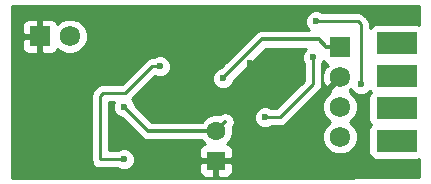
<source format=gbr>
G04 #@! TF.GenerationSoftware,KiCad,Pcbnew,(5.0.0)*
G04 #@! TF.CreationDate,2018-12-07T10:27:40+01:00*
G04 #@! TF.ProjectId,SoNavi,536F4E6176692E6B696361645F706362,rev?*
G04 #@! TF.SameCoordinates,Original*
G04 #@! TF.FileFunction,Copper,L2,Bot,Signal*
G04 #@! TF.FilePolarity,Positive*
%FSLAX46Y46*%
G04 Gerber Fmt 4.6, Leading zero omitted, Abs format (unit mm)*
G04 Created by KiCad (PCBNEW (5.0.0)) date 12/07/18 10:27:40*
%MOMM*%
%LPD*%
G01*
G04 APERTURE LIST*
G04 #@! TA.AperFunction,SMDPad,CuDef*
%ADD10R,3.480000X1.846667*%
G04 #@! TD*
G04 #@! TA.AperFunction,ComponentPad*
%ADD11R,1.725000X1.725000*%
G04 #@! TD*
G04 #@! TA.AperFunction,ComponentPad*
%ADD12C,1.725000*%
G04 #@! TD*
G04 #@! TA.AperFunction,ComponentPad*
%ADD13R,1.600000X1.600000*%
G04 #@! TD*
G04 #@! TA.AperFunction,ComponentPad*
%ADD14C,1.600000*%
G04 #@! TD*
G04 #@! TA.AperFunction,ViaPad*
%ADD15C,0.600000*%
G04 #@! TD*
G04 #@! TA.AperFunction,Conductor*
%ADD16C,0.250000*%
G04 #@! TD*
G04 #@! TA.AperFunction,Conductor*
%ADD17C,0.300000*%
G04 #@! TD*
G04 #@! TA.AperFunction,Conductor*
%ADD18C,0.254000*%
G04 #@! TD*
G04 APERTURE END LIST*
D10*
G04 #@! TO.P,J1,6*
G04 #@! TO.N,N/C*
X85056162Y-72442928D03*
G04 #@! TO.P,J1,7*
X85056162Y-75212928D03*
G04 #@! TO.P,J1,8*
X85056162Y-77982928D03*
G04 #@! TO.P,J1,9*
X85056162Y-80752928D03*
G04 #@! TD*
D11*
G04 #@! TO.P,J3,1*
G04 #@! TO.N,+5V*
X80266162Y-72747928D03*
D12*
G04 #@! TO.P,J3,2*
G04 #@! TO.N,GND*
X80266162Y-75287928D03*
G04 #@! TO.P,J3,3*
G04 #@! TO.N,/TX*
X80266162Y-77827928D03*
G04 #@! TO.P,J3,4*
G04 #@! TO.N,/RX*
X80266162Y-80367928D03*
G04 #@! TD*
D13*
G04 #@! TO.P,C3,1*
G04 #@! TO.N,GND*
X69766162Y-82409928D03*
D14*
G04 #@! TO.P,C3,2*
G04 #@! TO.N,+5V*
X69766162Y-79909928D03*
G04 #@! TD*
D11*
G04 #@! TO.P,J2,1*
G04 #@! TO.N,GND*
X54864000Y-71882000D03*
D12*
G04 #@! TO.P,J2,2*
G04 #@! TO.N,+12V*
X57404000Y-71882000D03*
G04 #@! TD*
D15*
G04 #@! TO.N,Net-(C1-Pad2)*
X61976000Y-82296000D03*
X65024000Y-74422000D03*
G04 #@! TO.N,+5V*
X61966162Y-77837928D03*
X70358000Y-75438000D03*
G04 #@! TO.N,GND*
X58166000Y-82550000D03*
X56642000Y-82550000D03*
X55118000Y-82550000D03*
X53848000Y-82550000D03*
X58166000Y-81280000D03*
X58166000Y-79756000D03*
X58166000Y-78486000D03*
X56642000Y-81280000D03*
X56642000Y-79756000D03*
X56642000Y-78486000D03*
X55118000Y-78486000D03*
X55118000Y-79756000D03*
X55118000Y-81280000D03*
X53848000Y-81280000D03*
X53848000Y-79756000D03*
X53848000Y-78486000D03*
X72644000Y-74168000D03*
X71374000Y-69596000D03*
X76962000Y-74168000D03*
G04 #@! TO.N,/RXD*
X73914000Y-78740000D03*
X73914000Y-78740000D03*
X77978000Y-73660000D03*
G04 #@! TO.N,/TXD*
X82042000Y-75946000D03*
X78232000Y-70612000D03*
G04 #@! TD*
D16*
G04 #@! TO.N,Net-(C1-Pad2)*
X64383088Y-74422000D02*
X62097088Y-76708000D01*
X62097088Y-76708000D02*
X60198000Y-76708000D01*
X60198000Y-76708000D02*
X59944000Y-76962000D01*
X65024000Y-74422000D02*
X64383088Y-74422000D01*
X59944000Y-76962000D02*
X59944000Y-82296000D01*
X59944000Y-82296000D02*
X61976000Y-82296000D01*
D17*
G04 #@! TO.N,+5V*
X69766162Y-79909928D02*
X64038162Y-79909928D01*
X64038162Y-79909928D02*
X61966162Y-77837928D01*
X69766162Y-79909928D02*
X70566161Y-79109929D01*
X79103662Y-72747928D02*
X78491734Y-72136000D01*
X80266162Y-72747928D02*
X79103662Y-72747928D01*
X73639998Y-72136000D02*
X71120000Y-74655998D01*
X78491734Y-72136000D02*
X73639998Y-72136000D01*
X71120000Y-74676000D02*
X70358000Y-75438000D01*
X71120000Y-74655998D02*
X71120000Y-74676000D01*
D16*
G04 #@! TO.N,/RXD*
X77978000Y-73660000D02*
X77978000Y-75946000D01*
X75184000Y-78740000D02*
X73914000Y-78740000D01*
X77978000Y-75946000D02*
X75184000Y-78740000D01*
G04 #@! TO.N,/TXD*
X82042000Y-70866000D02*
X82042000Y-75946000D01*
X81788000Y-70612000D02*
X82042000Y-70866000D01*
X78232000Y-70612000D02*
X81788000Y-70612000D01*
G04 #@! TD*
D18*
G04 #@! TO.N,GND*
G36*
X86961162Y-70904975D02*
X86796162Y-70872155D01*
X83316162Y-70872155D01*
X83068397Y-70921438D01*
X82858353Y-71061786D01*
X82802000Y-71146124D01*
X82802000Y-70940846D01*
X82816888Y-70865999D01*
X82802000Y-70791152D01*
X82802000Y-70791148D01*
X82757904Y-70569463D01*
X82589929Y-70318071D01*
X82526470Y-70275669D01*
X82378331Y-70127530D01*
X82335929Y-70064071D01*
X82084537Y-69896096D01*
X81862852Y-69852000D01*
X81862847Y-69852000D01*
X81788000Y-69837112D01*
X81713153Y-69852000D01*
X78794290Y-69852000D01*
X78761635Y-69819345D01*
X78417983Y-69677000D01*
X78046017Y-69677000D01*
X77702365Y-69819345D01*
X77439345Y-70082365D01*
X77297000Y-70426017D01*
X77297000Y-70797983D01*
X77439345Y-71141635D01*
X77648710Y-71351000D01*
X73717308Y-71351000D01*
X73639997Y-71335622D01*
X73562686Y-71351000D01*
X73562682Y-71351000D01*
X73333706Y-71396546D01*
X73307691Y-71413929D01*
X73139589Y-71526251D01*
X73139587Y-71526253D01*
X73074045Y-71570047D01*
X73030251Y-71635589D01*
X70619592Y-74046249D01*
X70554047Y-74090045D01*
X70469974Y-74215869D01*
X70182843Y-74503000D01*
X70172017Y-74503000D01*
X69828365Y-74645345D01*
X69565345Y-74908365D01*
X69423000Y-75252017D01*
X69423000Y-75623983D01*
X69565345Y-75967635D01*
X69828365Y-76230655D01*
X70172017Y-76373000D01*
X70543983Y-76373000D01*
X70887635Y-76230655D01*
X71150655Y-75967635D01*
X71293000Y-75623983D01*
X71293000Y-75613157D01*
X71620408Y-75285749D01*
X71685953Y-75241953D01*
X71745159Y-75153345D01*
X71770027Y-75116128D01*
X73965156Y-72921000D01*
X77394710Y-72921000D01*
X77185345Y-73130365D01*
X77043000Y-73474017D01*
X77043000Y-73845983D01*
X77185345Y-74189635D01*
X77218000Y-74222290D01*
X77218001Y-75631197D01*
X74869199Y-77980000D01*
X74476290Y-77980000D01*
X74443635Y-77947345D01*
X74099983Y-77805000D01*
X73728017Y-77805000D01*
X73384365Y-77947345D01*
X73121345Y-78210365D01*
X72979000Y-78554017D01*
X72979000Y-78925983D01*
X73121345Y-79269635D01*
X73384365Y-79532655D01*
X73728017Y-79675000D01*
X74099983Y-79675000D01*
X74443635Y-79532655D01*
X74476290Y-79500000D01*
X75109153Y-79500000D01*
X75184000Y-79514888D01*
X75258847Y-79500000D01*
X75258852Y-79500000D01*
X75480537Y-79455904D01*
X75731929Y-79287929D01*
X75774331Y-79224470D01*
X78462473Y-76536329D01*
X78525929Y-76493929D01*
X78568924Y-76429582D01*
X78693904Y-76242538D01*
X78706850Y-76177454D01*
X78738000Y-76020852D01*
X78738000Y-76020848D01*
X78752888Y-75946000D01*
X78738000Y-75871152D01*
X78738000Y-74222290D01*
X78770655Y-74189635D01*
X78868742Y-73952833D01*
X78945853Y-74068237D01*
X79155897Y-74208585D01*
X79184133Y-74214201D01*
X79098480Y-74299854D01*
X79213150Y-74414524D01*
X78960556Y-74496330D01*
X78757007Y-75056221D01*
X78783214Y-75651387D01*
X78960556Y-76079526D01*
X79213152Y-76161333D01*
X80086557Y-75287928D01*
X80072415Y-75273786D01*
X80252020Y-75094181D01*
X80266162Y-75108323D01*
X80280305Y-75094181D01*
X80459910Y-75273786D01*
X80445767Y-75287928D01*
X80459910Y-75302071D01*
X80280305Y-75481676D01*
X80266162Y-75467533D01*
X79392757Y-76340938D01*
X79457831Y-76541867D01*
X79417896Y-76558409D01*
X78996643Y-76979662D01*
X78768662Y-77530057D01*
X78768662Y-78125799D01*
X78996643Y-78676194D01*
X79417896Y-79097447D01*
X79419057Y-79097928D01*
X79417896Y-79098409D01*
X78996643Y-79519662D01*
X78768662Y-80070057D01*
X78768662Y-80665799D01*
X78996643Y-81216194D01*
X79417896Y-81637447D01*
X79968291Y-81865428D01*
X80564033Y-81865428D01*
X81114428Y-81637447D01*
X81535681Y-81216194D01*
X81763662Y-80665799D01*
X81763662Y-80070057D01*
X81535681Y-79519662D01*
X81114428Y-79098409D01*
X81113267Y-79097928D01*
X81114428Y-79097447D01*
X81535681Y-78676194D01*
X81763662Y-78125799D01*
X81763662Y-77530057D01*
X81535681Y-76979662D01*
X81114428Y-76558409D01*
X81074493Y-76541867D01*
X81139566Y-76340940D01*
X81231727Y-76433101D01*
X81249345Y-76475635D01*
X81512365Y-76738655D01*
X81856017Y-76881000D01*
X82227983Y-76881000D01*
X82571635Y-76738655D01*
X82801422Y-76508868D01*
X82858353Y-76594070D01*
X82864127Y-76597928D01*
X82858353Y-76601786D01*
X82718005Y-76811830D01*
X82668722Y-77059595D01*
X82668722Y-78906261D01*
X82718005Y-79154026D01*
X82858353Y-79364070D01*
X82864127Y-79367928D01*
X82858353Y-79371786D01*
X82718005Y-79581830D01*
X82668722Y-79829595D01*
X82668722Y-81676261D01*
X82718005Y-81924026D01*
X82858353Y-82134070D01*
X83068397Y-82274418D01*
X83316162Y-82323701D01*
X86796162Y-82323701D01*
X86961162Y-82290881D01*
X86961162Y-83807845D01*
X75909690Y-83887928D01*
X52476162Y-83887928D01*
X52476162Y-82296000D01*
X59169111Y-82296000D01*
X59228096Y-82592537D01*
X59396071Y-82843929D01*
X59647463Y-83011904D01*
X59869148Y-83056000D01*
X59944000Y-83070889D01*
X60018852Y-83056000D01*
X61413710Y-83056000D01*
X61446365Y-83088655D01*
X61790017Y-83231000D01*
X62161983Y-83231000D01*
X62505635Y-83088655D01*
X62768655Y-82825635D01*
X62822484Y-82695678D01*
X68331162Y-82695678D01*
X68331162Y-83336237D01*
X68427835Y-83569626D01*
X68606463Y-83748255D01*
X68839852Y-83844928D01*
X69480412Y-83844928D01*
X69639162Y-83686178D01*
X69639162Y-82536928D01*
X69893162Y-82536928D01*
X69893162Y-83686178D01*
X70051912Y-83844928D01*
X70692472Y-83844928D01*
X70925861Y-83748255D01*
X71104489Y-83569626D01*
X71201162Y-83336237D01*
X71201162Y-82695678D01*
X71042412Y-82536928D01*
X69893162Y-82536928D01*
X69639162Y-82536928D01*
X68489912Y-82536928D01*
X68331162Y-82695678D01*
X62822484Y-82695678D01*
X62911000Y-82481983D01*
X62911000Y-82110017D01*
X62768655Y-81766365D01*
X62505635Y-81503345D01*
X62161983Y-81361000D01*
X61790017Y-81361000D01*
X61446365Y-81503345D01*
X61413710Y-81536000D01*
X60704000Y-81536000D01*
X60704000Y-77468000D01*
X61107354Y-77468000D01*
X61031162Y-77651945D01*
X61031162Y-78023911D01*
X61173507Y-78367563D01*
X61436527Y-78630583D01*
X61780179Y-78772928D01*
X61791005Y-78772928D01*
X63428413Y-80410336D01*
X63472209Y-80475881D01*
X63731870Y-80649382D01*
X63960846Y-80694928D01*
X63960850Y-80694928D01*
X64038162Y-80710306D01*
X64115474Y-80694928D01*
X68538087Y-80694928D01*
X68549628Y-80722790D01*
X68812921Y-80986083D01*
X68606463Y-81071601D01*
X68427835Y-81250230D01*
X68331162Y-81483619D01*
X68331162Y-82124178D01*
X68489912Y-82282928D01*
X69639162Y-82282928D01*
X69639162Y-82262928D01*
X69893162Y-82262928D01*
X69893162Y-82282928D01*
X71042412Y-82282928D01*
X71201162Y-82124178D01*
X71201162Y-81483619D01*
X71104489Y-81250230D01*
X70925861Y-81071601D01*
X70719403Y-80986083D01*
X70982696Y-80722790D01*
X71201162Y-80195367D01*
X71201162Y-79624489D01*
X71187880Y-79592424D01*
X71305614Y-79416222D01*
X71366539Y-79109930D01*
X71305614Y-78803638D01*
X71132114Y-78543976D01*
X70872452Y-78370476D01*
X70566160Y-78309551D01*
X70259868Y-78370476D01*
X70083666Y-78488210D01*
X70051601Y-78474928D01*
X69480723Y-78474928D01*
X68953300Y-78693394D01*
X68549628Y-79097066D01*
X68538087Y-79124928D01*
X64363319Y-79124928D01*
X62901162Y-77662771D01*
X62901162Y-77651945D01*
X62758817Y-77308293D01*
X62669625Y-77219101D01*
X62687419Y-77192470D01*
X64615188Y-75264702D01*
X64838017Y-75357000D01*
X65209983Y-75357000D01*
X65553635Y-75214655D01*
X65816655Y-74951635D01*
X65959000Y-74607983D01*
X65959000Y-74236017D01*
X65816655Y-73892365D01*
X65553635Y-73629345D01*
X65209983Y-73487000D01*
X64838017Y-73487000D01*
X64494365Y-73629345D01*
X64461710Y-73662000D01*
X64457934Y-73662000D01*
X64383087Y-73647112D01*
X64308240Y-73662000D01*
X64308236Y-73662000D01*
X64086551Y-73706096D01*
X63835159Y-73874071D01*
X63792759Y-73937527D01*
X61782287Y-75948000D01*
X60272846Y-75948000D01*
X60197999Y-75933112D01*
X60123152Y-75948000D01*
X60123148Y-75948000D01*
X59901463Y-75992096D01*
X59650071Y-76160071D01*
X59607669Y-76223530D01*
X59459530Y-76371669D01*
X59396071Y-76414071D01*
X59228096Y-76665464D01*
X59184000Y-76887149D01*
X59184000Y-76887153D01*
X59169112Y-76962000D01*
X59184000Y-77036847D01*
X59184001Y-82221143D01*
X59169111Y-82296000D01*
X52476162Y-82296000D01*
X52476162Y-72167750D01*
X53366500Y-72167750D01*
X53366500Y-72870809D01*
X53463173Y-73104198D01*
X53641801Y-73282827D01*
X53875190Y-73379500D01*
X54578250Y-73379500D01*
X54737000Y-73220750D01*
X54737000Y-72009000D01*
X53525250Y-72009000D01*
X53366500Y-72167750D01*
X52476162Y-72167750D01*
X52476162Y-70893191D01*
X53366500Y-70893191D01*
X53366500Y-71596250D01*
X53525250Y-71755000D01*
X54737000Y-71755000D01*
X54737000Y-70543250D01*
X54991000Y-70543250D01*
X54991000Y-71755000D01*
X55011000Y-71755000D01*
X55011000Y-72009000D01*
X54991000Y-72009000D01*
X54991000Y-73220750D01*
X55149750Y-73379500D01*
X55852810Y-73379500D01*
X56086199Y-73282827D01*
X56264827Y-73104198D01*
X56336172Y-72931957D01*
X56555734Y-73151519D01*
X57106129Y-73379500D01*
X57701871Y-73379500D01*
X58252266Y-73151519D01*
X58673519Y-72730266D01*
X58901500Y-72179871D01*
X58901500Y-71584129D01*
X58673519Y-71033734D01*
X58252266Y-70612481D01*
X57701871Y-70384500D01*
X57106129Y-70384500D01*
X56555734Y-70612481D01*
X56336172Y-70832043D01*
X56264827Y-70659802D01*
X56086199Y-70481173D01*
X55852810Y-70384500D01*
X55149750Y-70384500D01*
X54991000Y-70543250D01*
X54737000Y-70543250D01*
X54578250Y-70384500D01*
X53875190Y-70384500D01*
X53641801Y-70481173D01*
X53463173Y-70659802D01*
X53366500Y-70893191D01*
X52476162Y-70893191D01*
X52476162Y-69307928D01*
X86961162Y-69307928D01*
X86961162Y-70904975D01*
X86961162Y-70904975D01*
G37*
X86961162Y-70904975D02*
X86796162Y-70872155D01*
X83316162Y-70872155D01*
X83068397Y-70921438D01*
X82858353Y-71061786D01*
X82802000Y-71146124D01*
X82802000Y-70940846D01*
X82816888Y-70865999D01*
X82802000Y-70791152D01*
X82802000Y-70791148D01*
X82757904Y-70569463D01*
X82589929Y-70318071D01*
X82526470Y-70275669D01*
X82378331Y-70127530D01*
X82335929Y-70064071D01*
X82084537Y-69896096D01*
X81862852Y-69852000D01*
X81862847Y-69852000D01*
X81788000Y-69837112D01*
X81713153Y-69852000D01*
X78794290Y-69852000D01*
X78761635Y-69819345D01*
X78417983Y-69677000D01*
X78046017Y-69677000D01*
X77702365Y-69819345D01*
X77439345Y-70082365D01*
X77297000Y-70426017D01*
X77297000Y-70797983D01*
X77439345Y-71141635D01*
X77648710Y-71351000D01*
X73717308Y-71351000D01*
X73639997Y-71335622D01*
X73562686Y-71351000D01*
X73562682Y-71351000D01*
X73333706Y-71396546D01*
X73307691Y-71413929D01*
X73139589Y-71526251D01*
X73139587Y-71526253D01*
X73074045Y-71570047D01*
X73030251Y-71635589D01*
X70619592Y-74046249D01*
X70554047Y-74090045D01*
X70469974Y-74215869D01*
X70182843Y-74503000D01*
X70172017Y-74503000D01*
X69828365Y-74645345D01*
X69565345Y-74908365D01*
X69423000Y-75252017D01*
X69423000Y-75623983D01*
X69565345Y-75967635D01*
X69828365Y-76230655D01*
X70172017Y-76373000D01*
X70543983Y-76373000D01*
X70887635Y-76230655D01*
X71150655Y-75967635D01*
X71293000Y-75623983D01*
X71293000Y-75613157D01*
X71620408Y-75285749D01*
X71685953Y-75241953D01*
X71745159Y-75153345D01*
X71770027Y-75116128D01*
X73965156Y-72921000D01*
X77394710Y-72921000D01*
X77185345Y-73130365D01*
X77043000Y-73474017D01*
X77043000Y-73845983D01*
X77185345Y-74189635D01*
X77218000Y-74222290D01*
X77218001Y-75631197D01*
X74869199Y-77980000D01*
X74476290Y-77980000D01*
X74443635Y-77947345D01*
X74099983Y-77805000D01*
X73728017Y-77805000D01*
X73384365Y-77947345D01*
X73121345Y-78210365D01*
X72979000Y-78554017D01*
X72979000Y-78925983D01*
X73121345Y-79269635D01*
X73384365Y-79532655D01*
X73728017Y-79675000D01*
X74099983Y-79675000D01*
X74443635Y-79532655D01*
X74476290Y-79500000D01*
X75109153Y-79500000D01*
X75184000Y-79514888D01*
X75258847Y-79500000D01*
X75258852Y-79500000D01*
X75480537Y-79455904D01*
X75731929Y-79287929D01*
X75774331Y-79224470D01*
X78462473Y-76536329D01*
X78525929Y-76493929D01*
X78568924Y-76429582D01*
X78693904Y-76242538D01*
X78706850Y-76177454D01*
X78738000Y-76020852D01*
X78738000Y-76020848D01*
X78752888Y-75946000D01*
X78738000Y-75871152D01*
X78738000Y-74222290D01*
X78770655Y-74189635D01*
X78868742Y-73952833D01*
X78945853Y-74068237D01*
X79155897Y-74208585D01*
X79184133Y-74214201D01*
X79098480Y-74299854D01*
X79213150Y-74414524D01*
X78960556Y-74496330D01*
X78757007Y-75056221D01*
X78783214Y-75651387D01*
X78960556Y-76079526D01*
X79213152Y-76161333D01*
X80086557Y-75287928D01*
X80072415Y-75273786D01*
X80252020Y-75094181D01*
X80266162Y-75108323D01*
X80280305Y-75094181D01*
X80459910Y-75273786D01*
X80445767Y-75287928D01*
X80459910Y-75302071D01*
X80280305Y-75481676D01*
X80266162Y-75467533D01*
X79392757Y-76340938D01*
X79457831Y-76541867D01*
X79417896Y-76558409D01*
X78996643Y-76979662D01*
X78768662Y-77530057D01*
X78768662Y-78125799D01*
X78996643Y-78676194D01*
X79417896Y-79097447D01*
X79419057Y-79097928D01*
X79417896Y-79098409D01*
X78996643Y-79519662D01*
X78768662Y-80070057D01*
X78768662Y-80665799D01*
X78996643Y-81216194D01*
X79417896Y-81637447D01*
X79968291Y-81865428D01*
X80564033Y-81865428D01*
X81114428Y-81637447D01*
X81535681Y-81216194D01*
X81763662Y-80665799D01*
X81763662Y-80070057D01*
X81535681Y-79519662D01*
X81114428Y-79098409D01*
X81113267Y-79097928D01*
X81114428Y-79097447D01*
X81535681Y-78676194D01*
X81763662Y-78125799D01*
X81763662Y-77530057D01*
X81535681Y-76979662D01*
X81114428Y-76558409D01*
X81074493Y-76541867D01*
X81139566Y-76340940D01*
X81231727Y-76433101D01*
X81249345Y-76475635D01*
X81512365Y-76738655D01*
X81856017Y-76881000D01*
X82227983Y-76881000D01*
X82571635Y-76738655D01*
X82801422Y-76508868D01*
X82858353Y-76594070D01*
X82864127Y-76597928D01*
X82858353Y-76601786D01*
X82718005Y-76811830D01*
X82668722Y-77059595D01*
X82668722Y-78906261D01*
X82718005Y-79154026D01*
X82858353Y-79364070D01*
X82864127Y-79367928D01*
X82858353Y-79371786D01*
X82718005Y-79581830D01*
X82668722Y-79829595D01*
X82668722Y-81676261D01*
X82718005Y-81924026D01*
X82858353Y-82134070D01*
X83068397Y-82274418D01*
X83316162Y-82323701D01*
X86796162Y-82323701D01*
X86961162Y-82290881D01*
X86961162Y-83807845D01*
X75909690Y-83887928D01*
X52476162Y-83887928D01*
X52476162Y-82296000D01*
X59169111Y-82296000D01*
X59228096Y-82592537D01*
X59396071Y-82843929D01*
X59647463Y-83011904D01*
X59869148Y-83056000D01*
X59944000Y-83070889D01*
X60018852Y-83056000D01*
X61413710Y-83056000D01*
X61446365Y-83088655D01*
X61790017Y-83231000D01*
X62161983Y-83231000D01*
X62505635Y-83088655D01*
X62768655Y-82825635D01*
X62822484Y-82695678D01*
X68331162Y-82695678D01*
X68331162Y-83336237D01*
X68427835Y-83569626D01*
X68606463Y-83748255D01*
X68839852Y-83844928D01*
X69480412Y-83844928D01*
X69639162Y-83686178D01*
X69639162Y-82536928D01*
X69893162Y-82536928D01*
X69893162Y-83686178D01*
X70051912Y-83844928D01*
X70692472Y-83844928D01*
X70925861Y-83748255D01*
X71104489Y-83569626D01*
X71201162Y-83336237D01*
X71201162Y-82695678D01*
X71042412Y-82536928D01*
X69893162Y-82536928D01*
X69639162Y-82536928D01*
X68489912Y-82536928D01*
X68331162Y-82695678D01*
X62822484Y-82695678D01*
X62911000Y-82481983D01*
X62911000Y-82110017D01*
X62768655Y-81766365D01*
X62505635Y-81503345D01*
X62161983Y-81361000D01*
X61790017Y-81361000D01*
X61446365Y-81503345D01*
X61413710Y-81536000D01*
X60704000Y-81536000D01*
X60704000Y-77468000D01*
X61107354Y-77468000D01*
X61031162Y-77651945D01*
X61031162Y-78023911D01*
X61173507Y-78367563D01*
X61436527Y-78630583D01*
X61780179Y-78772928D01*
X61791005Y-78772928D01*
X63428413Y-80410336D01*
X63472209Y-80475881D01*
X63731870Y-80649382D01*
X63960846Y-80694928D01*
X63960850Y-80694928D01*
X64038162Y-80710306D01*
X64115474Y-80694928D01*
X68538087Y-80694928D01*
X68549628Y-80722790D01*
X68812921Y-80986083D01*
X68606463Y-81071601D01*
X68427835Y-81250230D01*
X68331162Y-81483619D01*
X68331162Y-82124178D01*
X68489912Y-82282928D01*
X69639162Y-82282928D01*
X69639162Y-82262928D01*
X69893162Y-82262928D01*
X69893162Y-82282928D01*
X71042412Y-82282928D01*
X71201162Y-82124178D01*
X71201162Y-81483619D01*
X71104489Y-81250230D01*
X70925861Y-81071601D01*
X70719403Y-80986083D01*
X70982696Y-80722790D01*
X71201162Y-80195367D01*
X71201162Y-79624489D01*
X71187880Y-79592424D01*
X71305614Y-79416222D01*
X71366539Y-79109930D01*
X71305614Y-78803638D01*
X71132114Y-78543976D01*
X70872452Y-78370476D01*
X70566160Y-78309551D01*
X70259868Y-78370476D01*
X70083666Y-78488210D01*
X70051601Y-78474928D01*
X69480723Y-78474928D01*
X68953300Y-78693394D01*
X68549628Y-79097066D01*
X68538087Y-79124928D01*
X64363319Y-79124928D01*
X62901162Y-77662771D01*
X62901162Y-77651945D01*
X62758817Y-77308293D01*
X62669625Y-77219101D01*
X62687419Y-77192470D01*
X64615188Y-75264702D01*
X64838017Y-75357000D01*
X65209983Y-75357000D01*
X65553635Y-75214655D01*
X65816655Y-74951635D01*
X65959000Y-74607983D01*
X65959000Y-74236017D01*
X65816655Y-73892365D01*
X65553635Y-73629345D01*
X65209983Y-73487000D01*
X64838017Y-73487000D01*
X64494365Y-73629345D01*
X64461710Y-73662000D01*
X64457934Y-73662000D01*
X64383087Y-73647112D01*
X64308240Y-73662000D01*
X64308236Y-73662000D01*
X64086551Y-73706096D01*
X63835159Y-73874071D01*
X63792759Y-73937527D01*
X61782287Y-75948000D01*
X60272846Y-75948000D01*
X60197999Y-75933112D01*
X60123152Y-75948000D01*
X60123148Y-75948000D01*
X59901463Y-75992096D01*
X59650071Y-76160071D01*
X59607669Y-76223530D01*
X59459530Y-76371669D01*
X59396071Y-76414071D01*
X59228096Y-76665464D01*
X59184000Y-76887149D01*
X59184000Y-76887153D01*
X59169112Y-76962000D01*
X59184000Y-77036847D01*
X59184001Y-82221143D01*
X59169111Y-82296000D01*
X52476162Y-82296000D01*
X52476162Y-72167750D01*
X53366500Y-72167750D01*
X53366500Y-72870809D01*
X53463173Y-73104198D01*
X53641801Y-73282827D01*
X53875190Y-73379500D01*
X54578250Y-73379500D01*
X54737000Y-73220750D01*
X54737000Y-72009000D01*
X53525250Y-72009000D01*
X53366500Y-72167750D01*
X52476162Y-72167750D01*
X52476162Y-70893191D01*
X53366500Y-70893191D01*
X53366500Y-71596250D01*
X53525250Y-71755000D01*
X54737000Y-71755000D01*
X54737000Y-70543250D01*
X54991000Y-70543250D01*
X54991000Y-71755000D01*
X55011000Y-71755000D01*
X55011000Y-72009000D01*
X54991000Y-72009000D01*
X54991000Y-73220750D01*
X55149750Y-73379500D01*
X55852810Y-73379500D01*
X56086199Y-73282827D01*
X56264827Y-73104198D01*
X56336172Y-72931957D01*
X56555734Y-73151519D01*
X57106129Y-73379500D01*
X57701871Y-73379500D01*
X58252266Y-73151519D01*
X58673519Y-72730266D01*
X58901500Y-72179871D01*
X58901500Y-71584129D01*
X58673519Y-71033734D01*
X58252266Y-70612481D01*
X57701871Y-70384500D01*
X57106129Y-70384500D01*
X56555734Y-70612481D01*
X56336172Y-70832043D01*
X56264827Y-70659802D01*
X56086199Y-70481173D01*
X55852810Y-70384500D01*
X55149750Y-70384500D01*
X54991000Y-70543250D01*
X54737000Y-70543250D01*
X54578250Y-70384500D01*
X53875190Y-70384500D01*
X53641801Y-70481173D01*
X53463173Y-70659802D01*
X53366500Y-70893191D01*
X52476162Y-70893191D01*
X52476162Y-69307928D01*
X86961162Y-69307928D01*
X86961162Y-70904975D01*
G04 #@! TD*
M02*

</source>
